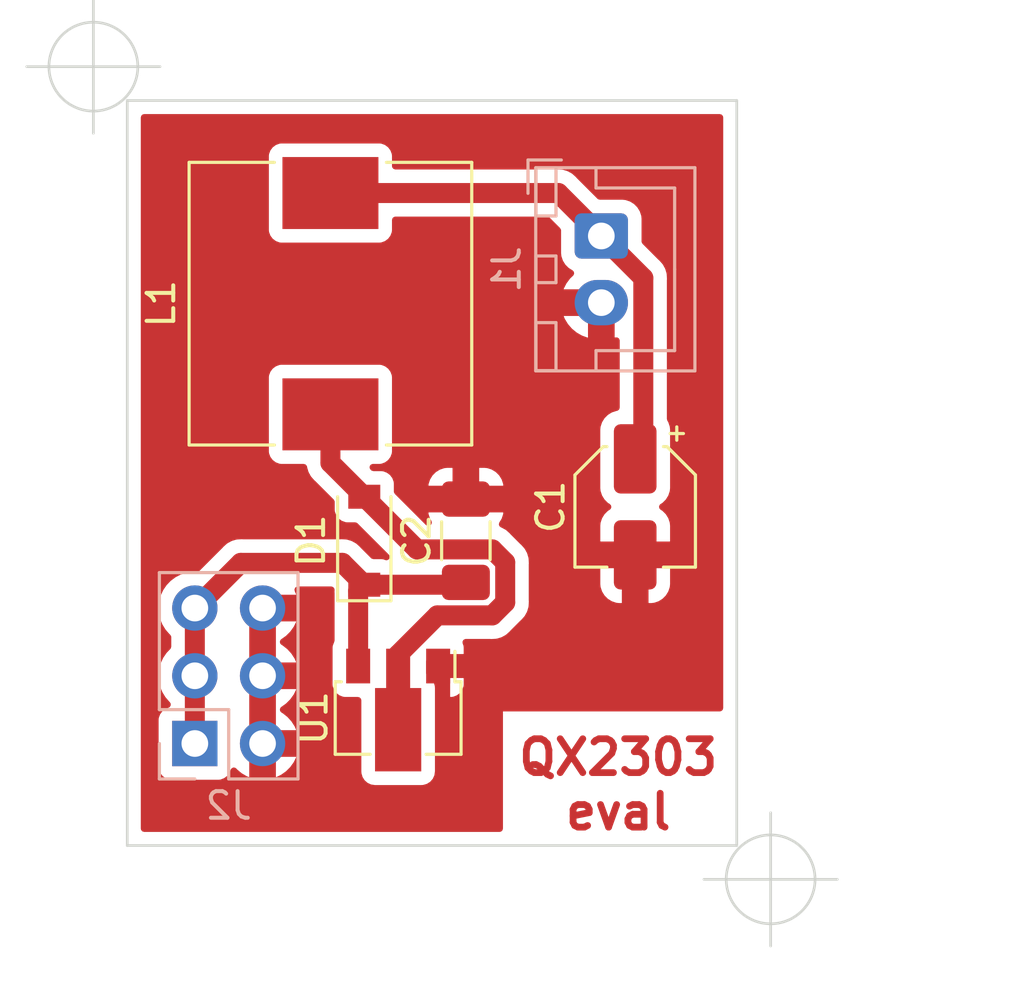
<source format=kicad_pcb>
(kicad_pcb (version 20211014) (generator pcbnew)
  (layers (0 "F.Cu" signal) (31 "B.Cu" signal) (34 "B.Paste" user) (35 "F.Paste" user) (36 "B.SilkS" user "B.Silkscreen") (37 "F.SilkS" user "F.Silkscreen") (38 "B.Mask" user) (39 "F.Mask" user) (44 "Edge.Cuts" user))
  (net 0 "")
  (net 1 "GND")
  (net 2 "+5V")
  (net 3 "Net-(D1-Pad2)")
  (net 4 "+BATT")
  (footprint "Inductor_SMD:L_10.4x10.4_H4.8" (layer "F.Cu") (at 30.48 33.02 -90)
    (fp_text reference "L1" (at 0 6.35 90) (layer "F.SilkS"))
    (fp_text value "47u")
    (fp_line (start 5.3 -5.3) (end 5.3 -2.1) (layer "F.SilkS") (width 0.12))
    (fp_line (start -5.3 5.3) (end -5.3 2.1) (layer "F.SilkS") (width 0.12))
    (fp_line (start -5.3 -2.1) (end -5.3 -5.3) (layer "F.SilkS") (width 0.12))
    (fp_line (start -5.3 -5.3) (end 5.3 -5.3) (layer "F.SilkS") (width 0.12))
    (fp_line (start 5.3 5.3) (end -5.3 5.3) (layer "F.SilkS") (width 0.12))
    (fp_line (start 5.3 2.1) (end 5.3 5.3) (layer "F.SilkS") (width 0.12))
    (pad "1" smd rect (at -4.15 0 270) (size 2.7 3.6) (layers "F.Cu" "F.Paste" "F.Mask") (net 4 "+BATT"))
    (pad "2" smd rect (at 4.15 0 270) (size 2.7 3.6) (layers "F.Cu" "F.Paste" "F.Mask") (net 3 "Net-(D1-Pad2)"))
  )
  (footprint "Package_TO_SOT_SMD:SOT-89-3" (layer "F.Cu") (at 33.02 48.26 -90)
    (fp_text reference "U1" (at 0.3 3.175 90) (layer "F.SilkS"))
    (fp_text value "QX2303L50E")
    (fp_line (start 1.66 2.36) (end -1.06 2.36) (layer "F.SilkS") (width 0.12))
    (fp_line (start -1.06 -2.36) (end -1.06 -2.13) (layer "F.SilkS") (width 0.12))
    (fp_line (start -1.06 -2.36) (end 1.66 -2.36) (layer "F.SilkS") (width 0.12))
    (fp_line (start -2.2 -2.13) (end -1.06 -2.13) (layer "F.SilkS") (width 0.12))
    (fp_line (start 1.66 1.05) (end 1.66 2.36) (layer "F.SilkS") (width 0.12))
    (fp_line (start -1.06 2.36) (end -1.06 2.13) (layer "F.SilkS") (width 0.12))
    (fp_line (start 1.66 -2.36) (end 1.66 -1.05) (layer "F.SilkS") (width 0.12))
    (pad "1" smd rect (at -1.65 -1.5 270) (size 1.3 0.9) (layers "F.Cu" "F.Paste" "F.Mask") (net 1 "GND"))
    (pad "2" smd custom (at -1.5625 0 270) (size 1.475 0.9) (layers "F.Cu" "F.Paste" "F.Mask") (net 3 "Net-(D1-Pad2)") (options (clearance outline) (anchor rect)) (primitives (gr_poly (pts (xy 3.8625 0.8665) (xy 0.7375 0.8665) (xy 0.7375 -0.8665) (xy 3.8625 -0.8665)) (width 0) (fill yes))))
    (pad "3" smd rect (at -1.65 1.5 270) (size 1.3 0.9) (layers "F.Cu" "F.Paste" "F.Mask") (net 2 "+5V"))
  )
  (footprint "Diode_SMD:D_SOD-123" (layer "F.Cu") (at 31.75 41.91 90)
    (fp_text reference "D1" (at 0 -2 90) (layer "F.SilkS"))
    (fp_text value "1N5819W")
    (fp_line (start -2.25 -1) (end 1.65 -1) (layer "F.SilkS") (width 0.12))
    (fp_line (start -2.25 1) (end 1.65 1) (layer "F.SilkS") (width 0.12))
    (fp_line (start -2.25 -1) (end -2.25 1) (layer "F.SilkS") (width 0.12))
    (pad "1" smd rect (at -1.65 0 90) (size 0.9 1.2) (layers "F.Cu" "F.Paste" "F.Mask") (net 2 "+5V"))
    (pad "2" smd rect (at 1.65 0 90) (size 0.9 1.2) (layers "F.Cu" "F.Paste" "F.Mask") (net 3 "Net-(D1-Pad2)"))
  )
  (footprint "Capacitor_SMD:CP_Elec_4x5.4" (layer "F.Cu") (at 41.91 40.64 -90)
    (fp_text reference "C1" (at 0 3.175 90) (layer "F.SilkS"))
    (fp_text value "10u")
    (fp_line (start -2.26 -1.195563) (end -1.195563 -2.26) (layer "F.SilkS") (width 0.12))
    (fp_line (start 2.26 2.26) (end 2.26 1.06) (layer "F.SilkS") (width 0.12))
    (fp_line (start -2.26 -1.195563) (end -2.26 -1.06) (layer "F.SilkS") (width 0.12))
    (fp_line (start -2.26 1.195563) (end -2.26 1.06) (layer "F.SilkS") (width 0.12))
    (fp_line (start -1.195563 -2.26) (end 2.26 -2.26) (layer "F.SilkS") (width 0.12))
    (fp_line (start 2.26 -2.26) (end 2.26 -1.06) (layer "F.SilkS") (width 0.12))
    (fp_line (start -2.75 -1.81) (end -2.75 -1.31) (layer "F.SilkS") (width 0.12))
    (fp_line (start -1.195563 2.26) (end 2.26 2.26) (layer "F.SilkS") (width 0.12))
    (fp_line (start -2.26 1.195563) (end -1.195563 2.26) (layer "F.SilkS") (width 0.12))
    (fp_line (start -3 -1.56) (end -2.5 -1.56) (layer "F.SilkS") (width 0.12))
    (pad "1" smd roundrect (at -1.8 0 270) (size 2.6 1.6) (layers "F.Cu" "F.Paste" "F.Mask") (roundrect_rratio 0.15625) (net 4 "+BATT"))
    (pad "2" smd roundrect (at 1.8 0 270) (size 2.6 1.6) (layers "F.Cu" "F.Paste" "F.Mask") (roundrect_rratio 0.15625) (net 1 "GND"))
  )
  (footprint "Capacitor_SMD:C_1206_3216Metric_Pad1.33x1.80mm_HandSolder" (layer "F.Cu") (at 35.56 41.91 90)
    (fp_text reference "C2" (at 0 -1.85 90) (layer "F.SilkS"))
    (fp_text value "22u Ta")
    (fp_line (start -0.711252 -0.91) (end 0.711252 -0.91) (layer "F.SilkS") (width 0.12))
    (fp_line (start -0.711252 0.91) (end 0.711252 0.91) (layer "F.SilkS") (width 0.12))
    (pad "1" smd roundrect (at -1.5625 0 90) (size 1.325 1.8) (layers "F.Cu" "F.Paste" "F.Mask") (roundrect_rratio 0.188679) (net 2 "+5V"))
    (pad "2" smd roundrect (at 1.5625 0 90) (size 1.325 1.8) (layers "F.Cu" "F.Paste" "F.Mask") (roundrect_rratio 0.188679) (net 1 "GND"))
  )
  (footprint "Connector_JST:JST_XH_B2B-XH-A_1x02_P2.50mm_Vertical" (layer "B.Cu") (at 40.64 30.48 -90)
    (fp_text reference "J1" (at 1.25 3.55 90) (layer "B.SilkS") (effects (justify mirror)))
    (fp_text value "Conn_01x02")
    (fp_line (start -2.56 -3.51) (end 5.06 -3.51) (layer "B.SilkS") (width 0.12))
    (fp_line (start 1.75 2.45) (end 0.75 2.45) (layer "B.SilkS") (width 0.12))
    (fp_line (start -2.55 0.2) (end -1.8 0.2) (layer "B.SilkS") (width 0.12))
    (fp_line (start 5.06 -3.51) (end 5.06 2.46) (layer "B.SilkS") (width 0.12))
    (fp_line (start -0.75 1.7) (end -0.75 2.45) (layer "B.SilkS") (width 0.12))
    (fp_line (start 1.75 1.7) (end 1.75 2.45) (layer "B.SilkS") (width 0.12))
    (fp_line (start 5.05 2.45) (end 3.25 2.45) (layer "B.SilkS") (width 0.12))
    (fp_line (start 4.3 -2.75) (end 1.25 -2.75) (layer "B.SilkS") (width 0.12))
    (fp_line (start -0.75 2.45) (end -2.55 2.45) (layer "B.SilkS") (width 0.12))
    (fp_line (start 4.3 0.2) (end 4.3 -2.75) (layer "B.SilkS") (width 0.12))
    (fp_line (start 3.25 2.45) (end 3.25 1.7) (layer "B.SilkS") (width 0.12))
    (fp_line (start -2.55 1.7) (end -0.75 1.7) (layer "B.SilkS") (width 0.12))
    (fp_line (start -2.56 2.46) (end -2.56 -3.51) (layer "B.SilkS") (width 0.12))
    (fp_line (start -2.85 2.75) (end -2.85 1.5) (layer "B.SilkS") (width 0.12))
    (fp_line (start 5.06 2.46) (end -2.56 2.46) (layer "B.SilkS") (width 0.12))
    (fp_line (start -1.6 2.75) (end -2.85 2.75) (layer "B.SilkS") (width 0.12))
    (fp_line (start 0.75 2.45) (end 0.75 1.7) (layer "B.SilkS") (width 0.12))
    (fp_line (start 0.75 1.7) (end 1.75 1.7) (layer "B.SilkS") (width 0.12))
    (fp_line (start 5.05 1.7) (end 5.05 2.45) (layer "B.SilkS") (width 0.12))
    (fp_line (start -1.8 0.2) (end -1.8 -2.75) (layer "B.SilkS") (width 0.12))
    (fp_line (start -1.8 -2.75) (end 1.25 -2.75) (layer "B.SilkS") (width 0.12))
    (fp_line (start -2.55 2.45) (end -2.55 1.7) (layer "B.SilkS") (width 0.12))
    (fp_line (start 3.25 1.7) (end 5.05 1.7) (layer "B.SilkS") (width 0.12))
    (fp_line (start 5.05 0.2) (end 4.3 0.2) (layer "B.SilkS") (width 0.12))
    (pad "1" thru_hole roundrect (at 0 0 270) (size 1.7 2) (drill 1) (layers *.Cu *.Mask) (roundrect_rratio 0.147059) (net 4 "+BATT"))
    (pad "2" thru_hole oval (at 2.5 0 270) (size 1.7 2) (drill 1) (layers *.Cu *.Mask) (net 1 "GND"))
  )
  (footprint "Connector_PinHeader_2.54mm:PinHeader_2x03_P2.54mm_Vertical" (layer "B.Cu") (at 25.395 49.515)
    (fp_text reference "J2" (at 1.27 2.33) (layer "B.SilkS") (effects (justify mirror)))
    (fp_text value "Conn_02x03_Odd_Even")
    (fp_line (start -1.33 -1.27) (end -1.33 -6.41) (layer "B.SilkS") (width 0.12))
    (fp_line (start 3.87 1.33) (end 3.87 -6.41) (layer "B.SilkS") (width 0.12))
    (fp_line (start -1.33 -6.41) (end 3.87 -6.41) (layer "B.SilkS") (width 0.12))
    (fp_line (start 1.27 -1.27) (end 1.27 1.33) (layer "B.SilkS") (width 0.12))
    (fp_line (start -1.33 1.33) (end 0 1.33) (layer "B.SilkS") (width 0.12))
    (fp_line (start -1.33 0) (end -1.33 1.33) (layer "B.SilkS") (width 0.12))
    (fp_line (start 1.27 1.33) (end 3.87 1.33) (layer "B.SilkS") (width 0.12))
    (fp_line (start -1.33 -1.27) (end 1.27 -1.27) (layer "B.SilkS") (width 0.12))
    (pad "1" thru_hole rect (at 0 0) (size 1.7 1.7) (drill 1) (layers *.Cu *.Mask) (net 2 "+5V"))
    (pad "2" thru_hole oval (at 2.54 0) (size 1.7 1.7) (drill 1) (layers *.Cu *.Mask) (net 1 "GND"))
    (pad "3" thru_hole oval (at 0 -2.54) (size 1.7 1.7) (drill 1) (layers *.Cu *.Mask) (net 2 "+5V"))
    (pad "4" thru_hole oval (at 2.54 -2.54) (size 1.7 1.7) (drill 1) (layers *.Cu *.Mask) (net 1 "GND"))
    (pad "5" thru_hole oval (at 0 -5.08) (size 1.7 1.7) (drill 1) (layers *.Cu *.Mask) (net 2 "+5V"))
    (pad "6" thru_hole oval (at 2.54 -5.08) (size 1.7 1.7) (drill 1) (layers *.Cu *.Mask) (net 1 "GND"))
  )
  (gr_line (start 45.72 53.34) (end 22.86 53.34) (layer "Edge.Cuts") (width 0.1))
  (gr_line (start 45.72 25.4) (end 45.72 53.34) (layer "Edge.Cuts") (width 0.1))
  (gr_line (start 22.86 53.34) (end 22.86 25.4) (layer "Edge.Cuts") (width 0.1))
  (gr_line (start 22.86 25.4) (end 45.72 25.4) (layer "Edge.Cuts") (width 0.1))
  (gr_text "QX2303\neval" (at 41.275 51.055) (layer "F.Cu") (effects (font (size 1.27 1.27) (thickness 0.254))))
  (target plus (at 21.59 24.13) (size 5) (width 0.1) (layer "Edge.Cuts"))
  (target plus (at 46.99 54.61) (size 5) (width 0.1) (layer "Edge.Cuts"))
  (segment (start 30.930489 42.740489) (end 27.119511 42.740489) (width 0.75) (layer "F.Cu") (net 2))
  (segment (start 31.52 43.79) (end 31.52 46.61) (width 0.75) (layer "F.Cu") (net 2))
  (segment (start 31.75 43.56) (end 30.930489 42.740489) (width 0.75) (layer "F.Cu") (net 2))
  (segment (start 25.395 44.465) (end 25.395 49.545) (width 0.75) (layer "F.Cu") (net 2))
  (segment (start 35.4725 43.56) (end 35.56 43.4725) (width 0.75) (layer "F.Cu") (net 2))
  (segment (start 31.75 43.56) (end 31.52 43.79) (width 0.75) (layer "F.Cu") (net 2))
  (segment (start 27.119511 42.740489) (end 25.395 44.465) (width 0.75) (layer "F.Cu") (net 2))
  (segment (start 31.75 43.56) (end 35.4725 43.56) (width 0.75) (layer "F.Cu") (net 2))
  (segment (start 30.48 38.99) (end 31.75 40.26) (width 0.75) (layer "F.Cu") (net 3))
  (segment (start 33.02 46.6975) (end 33.02 46.17952) (width 0.75) (layer "F.Cu") (net 3))
  (segment (start 36.551527 44.70952) (end 37.03452 44.226527) (width 0.75) (layer "F.Cu") (net 3))
  (segment (start 37.03452 44.226527) (end 37.03452 42.718473) (width 0.75) (layer "F.Cu") (net 3))
  (segment (start 37.03452 42.718473) (end 36.551527 42.23548) (width 0.75) (layer "F.Cu") (net 3))
  (segment (start 30.48 37.17) (end 30.48 38.99) (width 0.75) (layer "F.Cu") (net 3))
  (segment (start 36.551527 42.23548) (end 33.72548 42.23548) (width 0.75) (layer "F.Cu") (net 3))
  (segment (start 33.72548 42.23548) (end 31.75 40.26) (width 0.75) (layer "F.Cu") (net 3))
  (segment (start 34.49 44.70952) (end 36.551527 44.70952) (width 0.75) (layer "F.Cu") (net 3))
  (segment (start 33.02 46.17952) (end 34.49 44.70952) (width 0.75) (layer "F.Cu") (net 3))
  (segment (start 42.21452 32.05452) (end 42.21452 38.53548) (width 0.75) (layer "F.Cu") (net 4))
  (segment (start 42.21452 38.53548) (end 41.91 38.84) (width 0.75) (layer "F.Cu") (net 4))
  (segment (start 39.03 28.87) (end 40.64 30.48) (width 0.75) (layer "F.Cu") (net 4))
  (segment (start 40.64 30.48) (end 42.21452 32.05452) (width 0.75) (layer "F.Cu") (net 4))
  (segment (start 30.48 28.87) (end 39.03 28.87) (width 0.75) (layer "F.Cu") (net 4))
  (zone (net 1) (net_name "GND") (layer "F.Cu") (connect_pads (clearance 0.508)) (min_thickness 0.254) (fill yes (thermal_gap 0.508) (thermal_bridge_width 1))
    (polygon (pts (xy 45.72 53.34) (xy 22.86 53.34) (xy 22.86 25.4) (xy 45.72 25.4)))
  )
)
</source>
